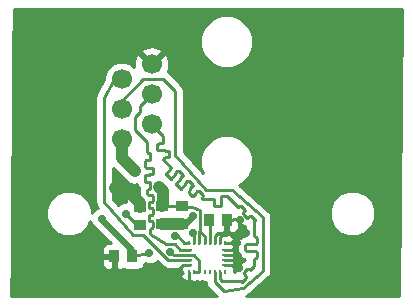
<source format=gtl>
G04 #@! TF.FileFunction,Copper,L1,Top,Signal*
%FSLAX46Y46*%
G04 Gerber Fmt 4.6, Leading zero omitted, Abs format (unit mm)*
G04 Created by KiCad (PCBNEW 4.0.6-e0-6349~53~ubuntu16.04.1) date Sun May 21 15:57:31 2017*
%MOMM*%
%LPD*%
G01*
G04 APERTURE LIST*
%ADD10C,0.150000*%
%ADD11C,0.600000*%
%ADD12R,0.250000X0.350000*%
%ADD13R,0.350000X0.250000*%
%ADD14R,0.899160X1.000760*%
%ADD15R,0.900000X1.000000*%
%ADD16R,1.000760X0.899160*%
%ADD17R,1.000000X0.900000*%
%ADD18C,1.700000*%
%ADD19C,0.700000*%
%ADD20C,1.000000*%
%ADD21C,0.250000*%
%ADD22C,0.500000*%
%ADD23C,0.254000*%
G04 APERTURE END LIST*
D10*
D11*
X165600000Y-107500000D03*
X164600000Y-107500000D03*
X163600000Y-107500000D03*
X162600000Y-107500000D03*
X165600000Y-106500000D03*
X164600000Y-106500000D03*
X163600000Y-106500000D03*
X162600000Y-106500000D03*
X165600000Y-105500000D03*
X164600000Y-105500000D03*
X163600000Y-105500000D03*
X162600000Y-105500000D03*
X165600000Y-104500000D03*
X164600000Y-104500000D03*
X163600000Y-104500000D03*
X162600000Y-104500000D03*
X150400000Y-105700000D03*
X150400000Y-104600000D03*
X156500000Y-107600000D03*
X156500000Y-106500000D03*
X156500000Y-105500000D03*
X156500000Y-104500000D03*
X155500000Y-108500000D03*
X156500000Y-108500000D03*
X155500000Y-109500000D03*
X156500000Y-109500000D03*
X142600000Y-114500000D03*
X142600000Y-115500000D03*
X142600000Y-113400000D03*
D12*
X153205000Y-113775000D03*
X150195000Y-113750000D03*
X153205000Y-116225000D03*
X150195000Y-116225000D03*
X151915000Y-116225000D03*
X152775000Y-116225000D03*
X152345000Y-116225000D03*
X152775000Y-113775000D03*
D13*
X153175000Y-115645000D03*
X153175000Y-115215000D03*
D12*
X151915000Y-113775000D03*
X152345000Y-113775000D03*
X150625000Y-113750000D03*
D13*
X150225000Y-115645000D03*
X150225000Y-114355000D03*
D12*
X151055000Y-113775000D03*
D13*
X150225000Y-114785000D03*
X150225000Y-115215000D03*
X153175000Y-114355000D03*
X153175000Y-114785000D03*
D12*
X151485000Y-113775000D03*
X151055000Y-116225000D03*
X151485000Y-116225000D03*
X150625000Y-116225000D03*
D14*
X153351840Y-111800000D03*
D15*
X151848160Y-111800000D03*
D16*
X149600000Y-112151840D03*
D17*
X149600000Y-110648160D03*
D16*
X146000000Y-110748160D03*
D17*
X146000000Y-112251840D03*
D18*
X144460000Y-104975000D03*
X144460000Y-102435000D03*
X144460000Y-99895000D03*
X147000000Y-101165000D03*
X147000000Y-98625000D03*
X147000000Y-103705000D03*
D14*
X143848160Y-114900000D03*
D15*
X145351840Y-114900000D03*
D16*
X147900000Y-112151840D03*
D17*
X147900000Y-110648160D03*
D11*
X136300000Y-94300000D03*
X137300000Y-94300000D03*
X138300000Y-94300000D03*
X139300000Y-94300000D03*
X140300000Y-94300000D03*
X136300000Y-95300000D03*
X137300000Y-95300000D03*
X138300000Y-95300000D03*
X139300000Y-95300000D03*
X136300000Y-96300000D03*
X137300000Y-96300000D03*
X138300000Y-96300000D03*
X136300000Y-97300000D03*
X137300000Y-97300000D03*
X138300000Y-97300000D03*
X136300000Y-102500000D03*
X136300000Y-101500000D03*
X136300000Y-100500000D03*
X136300000Y-99500000D03*
X136300000Y-98500000D03*
X136300000Y-103500000D03*
X136300000Y-104500000D03*
X136300000Y-105500000D03*
X136300000Y-106500000D03*
X136300000Y-107500000D03*
X136300000Y-108500000D03*
X136300000Y-109500000D03*
X136300000Y-110500000D03*
X136300000Y-111500000D03*
X136300000Y-112500000D03*
X136300000Y-113500000D03*
X136300000Y-114500000D03*
X136300000Y-115500000D03*
X137400000Y-105500000D03*
X137400000Y-106500000D03*
X137400000Y-107500000D03*
X137400000Y-108500000D03*
X137400000Y-109500000D03*
X137400000Y-110500000D03*
X137400000Y-111500000D03*
X137400000Y-112500000D03*
X137400000Y-113500000D03*
X137400000Y-114500000D03*
X137400000Y-115500000D03*
X140600000Y-106500000D03*
X139600000Y-105500000D03*
X138500000Y-113500000D03*
X138500000Y-107500000D03*
X138600000Y-105500000D03*
X140500000Y-104400000D03*
X139500000Y-107500000D03*
X140600000Y-107500000D03*
X140500000Y-105600000D03*
X139600000Y-104400000D03*
X157500000Y-112500000D03*
X158500000Y-112500000D03*
X159500000Y-112500000D03*
X160500000Y-112500000D03*
X161500000Y-112500000D03*
X157500000Y-113500000D03*
X158500000Y-113500000D03*
X159500000Y-113500000D03*
X160500000Y-113500000D03*
X161500000Y-113500000D03*
X157500000Y-114600000D03*
X158500000Y-114600000D03*
X159500000Y-114600000D03*
X160500000Y-114500000D03*
X161500000Y-114500000D03*
X157500000Y-115600000D03*
X158500000Y-115600000D03*
X159500000Y-115600000D03*
X160500000Y-115500000D03*
X161500000Y-115500000D03*
X139300000Y-102500000D03*
X138300000Y-102500000D03*
X137300000Y-102500000D03*
X139300000Y-101500000D03*
X138300000Y-101500000D03*
X137300000Y-101500000D03*
X139300000Y-100500000D03*
X138300000Y-100500000D03*
X137300000Y-100500000D03*
X139300000Y-99500000D03*
X138300000Y-99500000D03*
X137300000Y-99500000D03*
X139300000Y-98500000D03*
X138300000Y-98500000D03*
X137300000Y-98500000D03*
X139300000Y-97300000D03*
X139300000Y-96300000D03*
X140300000Y-96300000D03*
X140300000Y-97300000D03*
X140300000Y-98500000D03*
X140300000Y-99500000D03*
X140300000Y-100500000D03*
X140300000Y-101500000D03*
X140300000Y-102500000D03*
X140300000Y-95300000D03*
X143300000Y-95300000D03*
X143300000Y-97300000D03*
X143300000Y-96300000D03*
X142300000Y-96300000D03*
X142300000Y-97300000D03*
X141300000Y-97300000D03*
X141300000Y-96300000D03*
X142300000Y-95300000D03*
X141300000Y-95300000D03*
X143300000Y-94300000D03*
X142300000Y-94300000D03*
X141300000Y-94300000D03*
X137400000Y-104600000D03*
X137400000Y-103600000D03*
X138600000Y-106500000D03*
X138400000Y-103600000D03*
X139600000Y-108500000D03*
X139500000Y-106500000D03*
X138500000Y-109500000D03*
X138500000Y-108500000D03*
X140600000Y-108500000D03*
X138700000Y-104400000D03*
X139600000Y-103600000D03*
X140600000Y-113400000D03*
X139600000Y-113400000D03*
X141600000Y-113400000D03*
X141600000Y-115500000D03*
X140600000Y-115500000D03*
X139600000Y-115500000D03*
X141600000Y-114500000D03*
X140600000Y-114500000D03*
X139600000Y-114500000D03*
X138500000Y-115500000D03*
X138500000Y-114500000D03*
X138500000Y-116600000D03*
X138500000Y-117600000D03*
X139600000Y-116600000D03*
X140600000Y-116600000D03*
X141600000Y-116600000D03*
X139600000Y-117600000D03*
X140600000Y-117600000D03*
X141600000Y-117600000D03*
X146700000Y-117600000D03*
X146700000Y-116600000D03*
X137400000Y-117600000D03*
X137400000Y-116600000D03*
X136300000Y-117600000D03*
X136300000Y-116600000D03*
X147700000Y-116600000D03*
X147700000Y-117600000D03*
X148700000Y-117600000D03*
X161500000Y-117600000D03*
X160500000Y-117600000D03*
X159500000Y-117700000D03*
X158500000Y-117700000D03*
X157500000Y-117700000D03*
X161500000Y-116600000D03*
X160500000Y-116600000D03*
X159500000Y-116700000D03*
X158500000Y-116700000D03*
X157500000Y-116700000D03*
X162600000Y-116600000D03*
X163600000Y-116600000D03*
X164600000Y-116600000D03*
X162600000Y-117600000D03*
X163600000Y-117600000D03*
X164600000Y-117600000D03*
X164600000Y-115500000D03*
X163600000Y-115500000D03*
X162600000Y-115500000D03*
X164600000Y-114500000D03*
X163600000Y-114500000D03*
X162600000Y-114500000D03*
X164600000Y-113500000D03*
X163600000Y-113500000D03*
X162600000Y-113500000D03*
X163600000Y-108500000D03*
X164600000Y-108500000D03*
X162600000Y-109500000D03*
X161500000Y-111500000D03*
X160500000Y-111500000D03*
X159500000Y-111500000D03*
X158500000Y-111500000D03*
X157500000Y-111500000D03*
X161500000Y-110500000D03*
X160500000Y-110500000D03*
X159500000Y-110500000D03*
X158500000Y-110500000D03*
X157500000Y-110500000D03*
X161500000Y-109500000D03*
X160500000Y-109500000D03*
X159500000Y-109500000D03*
X158500000Y-109500000D03*
X157500000Y-109500000D03*
X162600000Y-108600000D03*
X161500000Y-108500000D03*
X160500000Y-108500000D03*
X159500000Y-108500000D03*
X158500000Y-108500000D03*
X157500000Y-108500000D03*
X165600000Y-108600000D03*
X167600000Y-111500000D03*
X166600000Y-111500000D03*
X167600000Y-110500000D03*
X166600000Y-110500000D03*
X167600000Y-109500000D03*
X166600000Y-109500000D03*
X165600000Y-109500000D03*
X167600000Y-108600000D03*
X166600000Y-108600000D03*
X166600000Y-112500000D03*
X167600000Y-112500000D03*
X165600000Y-113500000D03*
X166600000Y-113500000D03*
X167600000Y-113500000D03*
X165600000Y-114500000D03*
X166600000Y-114500000D03*
X167600000Y-114500000D03*
X165600000Y-115500000D03*
X166600000Y-115500000D03*
X167600000Y-115500000D03*
X167600000Y-117600000D03*
X166600000Y-117600000D03*
X165600000Y-117600000D03*
X167600000Y-116600000D03*
X166600000Y-116600000D03*
X165600000Y-116600000D03*
X157500000Y-104500000D03*
X158500000Y-104500000D03*
X159500000Y-104500000D03*
X160500000Y-104500000D03*
X161500000Y-104500000D03*
X157500000Y-105500000D03*
X158500000Y-105500000D03*
X159500000Y-105500000D03*
X160500000Y-105500000D03*
X161500000Y-105500000D03*
X157500000Y-106500000D03*
X158500000Y-106500000D03*
X159500000Y-106500000D03*
X160500000Y-106500000D03*
X161500000Y-106500000D03*
X157500000Y-107500000D03*
X158500000Y-107500000D03*
X159500000Y-107500000D03*
X160500000Y-107500000D03*
X161500000Y-107500000D03*
X165600000Y-98300000D03*
X165600000Y-102400000D03*
X166600000Y-102400000D03*
X167600000Y-102400000D03*
X165600000Y-103400000D03*
X166600000Y-103400000D03*
X167600000Y-103400000D03*
X167600000Y-101300000D03*
X166600000Y-101300000D03*
X165600000Y-101300000D03*
X167600000Y-100300000D03*
X166600000Y-100300000D03*
X165600000Y-100300000D03*
X167600000Y-99300000D03*
X166600000Y-99300000D03*
X165600000Y-99300000D03*
X167600000Y-98300000D03*
X166600000Y-98300000D03*
X166600000Y-94300000D03*
X167600000Y-94300000D03*
X165600000Y-95300000D03*
X166600000Y-95300000D03*
X167600000Y-95300000D03*
X165600000Y-96300000D03*
X166600000Y-96300000D03*
X167600000Y-96300000D03*
X165600000Y-97300000D03*
X166600000Y-97300000D03*
X167600000Y-97300000D03*
X165600000Y-94300000D03*
X157500000Y-94300000D03*
X158500000Y-94300000D03*
X159500000Y-94300000D03*
X160500000Y-94300000D03*
X161500000Y-94300000D03*
X162600000Y-94300000D03*
X157500000Y-95300000D03*
X158500000Y-95300000D03*
X159500000Y-95300000D03*
X160500000Y-95300000D03*
X161500000Y-95300000D03*
X157500000Y-96300000D03*
X158500000Y-96300000D03*
X159500000Y-96300000D03*
X160500000Y-96300000D03*
X161500000Y-96300000D03*
X157500000Y-97300000D03*
X158500000Y-97300000D03*
X159500000Y-97300000D03*
X160500000Y-97300000D03*
X161500000Y-97300000D03*
X164600000Y-97300000D03*
X163600000Y-97300000D03*
X162600000Y-97300000D03*
X164600000Y-96300000D03*
X163600000Y-96300000D03*
X162600000Y-96300000D03*
X164600000Y-95300000D03*
X163600000Y-95300000D03*
X162600000Y-95300000D03*
X164600000Y-94300000D03*
X163600000Y-94300000D03*
X163600000Y-98300000D03*
X164600000Y-98300000D03*
X162600000Y-99300000D03*
X163600000Y-99300000D03*
X164600000Y-99300000D03*
X162600000Y-100300000D03*
X163600000Y-100300000D03*
X164600000Y-100300000D03*
X162600000Y-101300000D03*
X163600000Y-101300000D03*
X164600000Y-101300000D03*
X164600000Y-103400000D03*
X163600000Y-103400000D03*
X162600000Y-103400000D03*
X164600000Y-102400000D03*
X163600000Y-102400000D03*
X162600000Y-102400000D03*
X157500000Y-102400000D03*
X158500000Y-102400000D03*
X159500000Y-102400000D03*
X160500000Y-102400000D03*
X161500000Y-102400000D03*
X157500000Y-103400000D03*
X158500000Y-103400000D03*
X159500000Y-103400000D03*
X160500000Y-103400000D03*
X161500000Y-103400000D03*
X161500000Y-101300000D03*
X160500000Y-101300000D03*
X159500000Y-101300000D03*
X158500000Y-101300000D03*
X157500000Y-101300000D03*
X161500000Y-100300000D03*
X160500000Y-100300000D03*
X159500000Y-100300000D03*
X158500000Y-100300000D03*
X157500000Y-100300000D03*
X161500000Y-99300000D03*
X160500000Y-99300000D03*
X159500000Y-99300000D03*
X158500000Y-99300000D03*
X157500000Y-99300000D03*
X162600000Y-98300000D03*
X161500000Y-98300000D03*
X160500000Y-98300000D03*
X159500000Y-98300000D03*
X158500000Y-98300000D03*
X157500000Y-98300000D03*
X147300000Y-94300000D03*
X148300000Y-94300000D03*
X149300000Y-94300000D03*
X147300000Y-95300000D03*
X148300000Y-95300000D03*
X147300000Y-96300000D03*
X148300000Y-96300000D03*
X149300000Y-96300000D03*
X149300000Y-95300000D03*
X146300000Y-95300000D03*
X146300000Y-96300000D03*
X145300000Y-96300000D03*
X144300000Y-96300000D03*
X145300000Y-95300000D03*
X144300000Y-95300000D03*
X146300000Y-94300000D03*
X145300000Y-94300000D03*
X144300000Y-94300000D03*
X150400000Y-99300000D03*
X151400000Y-99300000D03*
X152400000Y-99300000D03*
X153400000Y-99300000D03*
X154400000Y-99300000D03*
X150400000Y-100300000D03*
X151400000Y-100300000D03*
X152400000Y-100300000D03*
X153400000Y-100300000D03*
X154400000Y-100300000D03*
X150400000Y-101300000D03*
X151400000Y-101300000D03*
X152400000Y-101300000D03*
X153400000Y-101300000D03*
X154400000Y-101300000D03*
X154400000Y-103400000D03*
X153400000Y-103400000D03*
X152400000Y-103400000D03*
X151400000Y-103400000D03*
X150400000Y-103400000D03*
X154400000Y-102400000D03*
X153400000Y-102400000D03*
X152400000Y-102400000D03*
X151400000Y-102400000D03*
X150400000Y-102400000D03*
X155500000Y-102400000D03*
X156500000Y-102400000D03*
X155500000Y-103400000D03*
X156500000Y-103400000D03*
X156500000Y-101300000D03*
X155500000Y-101300000D03*
X156500000Y-100300000D03*
X155500000Y-100300000D03*
X156500000Y-99300000D03*
X155500000Y-99300000D03*
X166600000Y-104500000D03*
X167600000Y-104500000D03*
X167600000Y-106600000D03*
X166600000Y-106600000D03*
X167600000Y-105600000D03*
X166600000Y-105600000D03*
X166600000Y-107600000D03*
X167600000Y-107600000D03*
X142600000Y-116600000D03*
X143600000Y-116600000D03*
X144600000Y-116600000D03*
X145600000Y-116600000D03*
X142600000Y-117600000D03*
X143600000Y-117600000D03*
X144600000Y-117600000D03*
X145600000Y-117600000D03*
D19*
X143900000Y-109100000D03*
X149000000Y-116300000D03*
X150200000Y-117300000D03*
X150500000Y-111500000D03*
X154400000Y-115900000D03*
X154300000Y-114900000D03*
X154500000Y-111800000D03*
X154200000Y-113800000D03*
X155000000Y-112900000D03*
X142800000Y-111700000D03*
X145600000Y-107700000D03*
X147600000Y-109000000D03*
X149000000Y-113200000D03*
X148600000Y-114500000D03*
X146800000Y-114600000D03*
X144800000Y-111300000D03*
X150500000Y-112900000D03*
D20*
X146000000Y-110748160D02*
X146000000Y-110400000D01*
X146000000Y-110400000D02*
X144700000Y-109100000D01*
X144700000Y-109100000D02*
X143900000Y-109100000D01*
D21*
X150225000Y-115645000D02*
X149655000Y-115645000D01*
X149655000Y-115645000D02*
X149000000Y-116300000D01*
X150195000Y-116225000D02*
X150195000Y-117295000D01*
X150195000Y-117295000D02*
X150200000Y-117300000D01*
D22*
X149600000Y-112151840D02*
X149948160Y-112151840D01*
X149948160Y-112151840D02*
X150500000Y-111600000D01*
X150500000Y-111600000D02*
X150500000Y-111500000D01*
D20*
X147900000Y-112151840D02*
X149600000Y-112151840D01*
D21*
X153175000Y-115645000D02*
X154145000Y-115645000D01*
X154145000Y-115645000D02*
X154400000Y-115900000D01*
X154300000Y-114900000D02*
X154185000Y-114785000D01*
X154185000Y-114785000D02*
X153175000Y-114785000D01*
X153175000Y-115215000D02*
X154285000Y-115215000D01*
X154285000Y-115215000D02*
X154300000Y-115200000D01*
X153175000Y-114355000D02*
X154155000Y-114355000D01*
X154155000Y-114355000D02*
X154300000Y-114500000D01*
X153351840Y-111800000D02*
X154400000Y-111700000D01*
X154400000Y-111700000D02*
X154500000Y-111800000D01*
X153205000Y-113775000D02*
X154175000Y-113775000D01*
X154175000Y-113775000D02*
X154200000Y-113800000D01*
X152775000Y-113775000D02*
X152775000Y-113225000D01*
X152775000Y-113225000D02*
X153100000Y-112900000D01*
X152345000Y-113775000D02*
X152345000Y-113155000D01*
X152600000Y-112900000D02*
X153100000Y-112900000D01*
X153100000Y-112900000D02*
X155000000Y-112900000D01*
X152345000Y-113155000D02*
X152600000Y-112900000D01*
X146805950Y-108578134D02*
X146778135Y-108575000D01*
X146875863Y-106727936D02*
X146890756Y-106704235D01*
X146415514Y-107304235D02*
X146406270Y-107277815D01*
X146653135Y-109627815D02*
X146653135Y-109300000D01*
X146903135Y-108700000D02*
X146900000Y-108672184D01*
X146805950Y-107378134D02*
X146778135Y-107375000D01*
X146700198Y-109202271D02*
X146723899Y-109187378D01*
X146430407Y-107327936D02*
X146415514Y-107304235D01*
X146653135Y-109300000D02*
X146656269Y-109272184D01*
X146656269Y-109272184D02*
X146665513Y-109245764D01*
X146528135Y-108575000D02*
X146500320Y-108571865D01*
X146500320Y-108571865D02*
X146473900Y-108562621D01*
X147075863Y-107927936D02*
X147090756Y-107904235D01*
X146415514Y-106845764D02*
X146430407Y-106822063D01*
X146665513Y-109245764D02*
X146680406Y-109222063D01*
X146856071Y-106202271D02*
X146832370Y-106187378D01*
X146680406Y-109222063D02*
X146700198Y-109202271D01*
X146890756Y-109104235D02*
X146900000Y-109077815D01*
X146900000Y-108672184D02*
X146890756Y-108645764D01*
X146723899Y-109187378D02*
X146750319Y-109178134D01*
X146856071Y-108602271D02*
X146832370Y-108587378D01*
X146903135Y-109050000D02*
X146903135Y-108700000D01*
X146500320Y-107371865D02*
X146473900Y-107362621D01*
X146750319Y-109178134D02*
X146805950Y-109171865D01*
X147075863Y-107422063D02*
X147056071Y-107402271D01*
X146473900Y-108562621D02*
X146450199Y-108547728D01*
X146856071Y-109147728D02*
X146875863Y-109127936D01*
X146528135Y-107375000D02*
X146500320Y-107371865D01*
X146473900Y-107987378D02*
X146500320Y-107978134D01*
X146805950Y-109171865D02*
X146832370Y-109162621D01*
X146903135Y-106300000D02*
X146900000Y-106272184D01*
X146832370Y-109162621D02*
X146856071Y-109147728D01*
X146832370Y-106187378D02*
X146805950Y-106178134D01*
X146403135Y-107250000D02*
X146403135Y-106900000D01*
X146875863Y-109127936D02*
X146890756Y-109104235D01*
X146403135Y-108100000D02*
X146406270Y-108072184D01*
X146900000Y-109077815D02*
X146903135Y-109050000D01*
X146430407Y-106822063D02*
X146450199Y-106802271D01*
X146805950Y-106178134D02*
X146750319Y-106171865D01*
X146890756Y-108645764D02*
X146875863Y-108622063D01*
X146875863Y-108622063D02*
X146856071Y-108602271D01*
X146450199Y-106802271D02*
X146473900Y-106787378D01*
X146656269Y-106077815D02*
X146653135Y-106050000D01*
X146832370Y-108587378D02*
X146805950Y-108578134D01*
X146875863Y-106222063D02*
X146856071Y-106202271D01*
X146778135Y-108575000D02*
X146528135Y-108575000D01*
X146450199Y-108547728D02*
X146430407Y-108527936D01*
X146430407Y-108527936D02*
X146415514Y-108504235D01*
X146473900Y-106787378D02*
X146500320Y-106778134D01*
X146415514Y-108504235D02*
X146406270Y-108477815D01*
X146406270Y-108477815D02*
X146403135Y-108450000D01*
X146406270Y-107277815D02*
X146403135Y-107250000D01*
X146778135Y-107375000D02*
X146528135Y-107375000D01*
X146665513Y-106104235D02*
X146656269Y-106077815D01*
X146403135Y-108450000D02*
X146403135Y-108100000D01*
X146415514Y-108045764D02*
X146430407Y-108022063D01*
X146500320Y-107978134D02*
X146528135Y-107975000D01*
X146406270Y-108072184D02*
X146415514Y-108045764D01*
X146000000Y-102165000D02*
X147000000Y-101165000D01*
X146430407Y-108022063D02*
X146450199Y-108002271D01*
X146900000Y-106677815D02*
X146903135Y-106650000D01*
X146450199Y-108002271D02*
X146473900Y-107987378D01*
X146000000Y-102700000D02*
X146000000Y-102165000D01*
X146528135Y-107975000D02*
X146778135Y-107975000D01*
X146832370Y-107962621D02*
X147056071Y-107947728D01*
X147090756Y-107904235D02*
X147100000Y-107877815D01*
X146778135Y-107975000D02*
X146805950Y-107971865D01*
X146805950Y-107971865D02*
X146832370Y-107962621D01*
X147056071Y-107947728D02*
X147075863Y-107927936D01*
X147100000Y-107877815D02*
X147103135Y-107850000D01*
X147103135Y-107850000D02*
X147103135Y-107500000D01*
X146890756Y-106245764D02*
X146875863Y-106222063D01*
X147103135Y-107500000D02*
X147100000Y-107472184D01*
X147100000Y-107472184D02*
X147090756Y-107445764D01*
X146473900Y-107362621D02*
X146450199Y-107347728D01*
X147090756Y-107445764D02*
X147075863Y-107422063D01*
X147056071Y-107402271D02*
X146832370Y-107387378D01*
X146832370Y-107387378D02*
X146805950Y-107378134D01*
X146450199Y-107347728D02*
X146430407Y-107327936D01*
X146403135Y-106900000D02*
X146406270Y-106872184D01*
X146406270Y-106872184D02*
X146415514Y-106845764D01*
X146500320Y-106778134D02*
X146528135Y-106775000D01*
X146528135Y-106775000D02*
X146778135Y-106775000D01*
X146778135Y-106775000D02*
X146805950Y-106771865D01*
X146805950Y-106771865D02*
X146832370Y-106762621D01*
X146832370Y-106762621D02*
X146856071Y-106747728D01*
X146856071Y-106747728D02*
X146875863Y-106727936D01*
X146890756Y-106704235D02*
X146900000Y-106677815D01*
X146903135Y-106650000D02*
X146903135Y-106300000D01*
X146900000Y-106272184D02*
X146890756Y-106245764D01*
X146750319Y-106171865D02*
X146723899Y-106162621D01*
X146680406Y-106127936D02*
X146665513Y-106104235D01*
X146723899Y-106162621D02*
X146700198Y-106147728D01*
X145600000Y-104200000D02*
X145600000Y-103100000D01*
X146700198Y-106147728D02*
X146680406Y-106127936D01*
X146653135Y-106050000D02*
X146653135Y-105253135D01*
X146653135Y-105253135D02*
X145600000Y-104200000D01*
X145600000Y-103100000D02*
X146000000Y-102700000D01*
X150225000Y-114355000D02*
X149400000Y-114355000D01*
X146757428Y-111882541D02*
X146751881Y-111866689D01*
X147146865Y-110922184D02*
X147137621Y-110895764D01*
X147079235Y-110837378D02*
X147052815Y-110828134D01*
X147052815Y-111928134D02*
X147025000Y-111925000D01*
X149400000Y-114355000D02*
X149000000Y-113855000D01*
X146825000Y-110275000D02*
X147025000Y-110275000D01*
X149000000Y-113855000D02*
X148255000Y-113855000D01*
X147146865Y-110177815D02*
X147150000Y-110150000D01*
X146778239Y-110808637D02*
X146766363Y-110796761D01*
X147137621Y-111995764D02*
X147122728Y-111972063D01*
X147079235Y-112462621D02*
X147102936Y-112447728D01*
X147052815Y-111371865D02*
X147079235Y-111362621D01*
X146757428Y-111417458D02*
X146766363Y-111403238D01*
X148255000Y-113855000D02*
X146900000Y-113000000D01*
X147102936Y-110247728D02*
X147122728Y-110227936D01*
X147150000Y-110950000D02*
X147146865Y-110922184D01*
X146720765Y-109712621D02*
X146697064Y-109697728D01*
X146750000Y-110350000D02*
X146751881Y-110333310D01*
X146900000Y-113000000D02*
X146900000Y-112600000D01*
X146766363Y-110796761D02*
X146757428Y-110782541D01*
X146900000Y-112600000D02*
X146903134Y-112572184D01*
X146903134Y-112572184D02*
X146912378Y-112545764D01*
X146912378Y-112545764D02*
X146927271Y-112522063D01*
X146778239Y-111908637D02*
X146766363Y-111896761D01*
X147052815Y-109728134D02*
X147025000Y-109725000D01*
X146766363Y-111896761D02*
X146757428Y-111882541D01*
X147122728Y-112427936D02*
X147137621Y-112404235D01*
X146947063Y-112502271D02*
X146970764Y-112487378D01*
X147025000Y-111925000D02*
X146825000Y-111925000D01*
X146927271Y-112522063D02*
X146947063Y-112502271D01*
X146677272Y-109677936D02*
X146662379Y-109654235D01*
X146970764Y-112487378D02*
X146997184Y-112478134D01*
X147150000Y-112350000D02*
X147150000Y-112050000D01*
X147025000Y-109725000D02*
X146775000Y-109725000D01*
X146997184Y-112478134D02*
X147052815Y-112471865D01*
X147150000Y-112050000D02*
X147146865Y-112022184D01*
X146751881Y-110333310D02*
X146757428Y-110317458D01*
X146792459Y-111917572D02*
X146778239Y-111908637D01*
X146751881Y-111866689D02*
X146750000Y-111850000D01*
X147137621Y-112404235D02*
X147146865Y-112377815D01*
X147052815Y-112471865D02*
X147079235Y-112462621D01*
X146792459Y-111382427D02*
X146808311Y-111376880D01*
X147146865Y-112377815D02*
X147150000Y-112350000D01*
X147102936Y-112447728D02*
X147122728Y-112427936D01*
X146778239Y-111391362D02*
X146792459Y-111382427D01*
X147146865Y-112022184D02*
X147137621Y-111995764D01*
X147122728Y-111972063D02*
X147102936Y-111952271D01*
X147102936Y-111952271D02*
X147079235Y-111937378D01*
X147052815Y-110828134D02*
X147025000Y-110825000D01*
X147079235Y-111362621D02*
X147102936Y-111347728D01*
X147079235Y-111937378D02*
X147052815Y-111928134D01*
X146750000Y-111450000D02*
X146751881Y-111433310D01*
X146825000Y-111925000D02*
X146808311Y-111923119D01*
X146808311Y-111923119D02*
X146792459Y-111917572D01*
X146775000Y-109725000D02*
X146747185Y-109721865D01*
X147146865Y-111277815D02*
X147150000Y-111250000D01*
X147025000Y-110275000D02*
X147052815Y-110271865D01*
X146757428Y-110317458D02*
X146766363Y-110303238D01*
X146750000Y-111850000D02*
X146750000Y-111450000D01*
X146751881Y-111433310D02*
X146757428Y-111417458D01*
X146766363Y-111403238D02*
X146778239Y-111391362D01*
X146825000Y-111375000D02*
X147025000Y-111375000D01*
X147150000Y-111250000D02*
X147150000Y-110950000D01*
X146808311Y-111376880D02*
X146825000Y-111375000D01*
X146825000Y-110825000D02*
X146808311Y-110823119D01*
X146766363Y-110303238D02*
X146778239Y-110291362D01*
X147025000Y-111375000D02*
X147052815Y-111371865D01*
X147102936Y-111347728D02*
X147122728Y-111327936D01*
X147122728Y-111327936D02*
X147137621Y-111304235D01*
X147137621Y-111304235D02*
X147146865Y-111277815D01*
X147146865Y-109822184D02*
X147137621Y-109795764D01*
X147137621Y-110895764D02*
X147122728Y-110872063D01*
X147122728Y-110872063D02*
X147102936Y-110852271D01*
X147102936Y-110852271D02*
X147079235Y-110837378D01*
X147025000Y-110825000D02*
X146825000Y-110825000D01*
X146808311Y-110823119D02*
X146792459Y-110817572D01*
X146792459Y-110817572D02*
X146778239Y-110808637D01*
X146757428Y-110782541D02*
X146751881Y-110766689D01*
X146751881Y-110766689D02*
X146750000Y-110750000D01*
X146750000Y-110750000D02*
X146750000Y-110350000D01*
X146778239Y-110291362D02*
X146792459Y-110282427D01*
X146792459Y-110282427D02*
X146808311Y-110276880D01*
X146808311Y-110276880D02*
X146825000Y-110275000D01*
X146747185Y-109721865D02*
X146720765Y-109712621D01*
X147052815Y-110271865D02*
X147079235Y-110262621D01*
X147079235Y-110262621D02*
X147102936Y-110247728D01*
X147122728Y-110227936D02*
X147137621Y-110204235D01*
X147150000Y-110150000D02*
X147150000Y-109850000D01*
X147137621Y-110204235D02*
X147146865Y-110177815D01*
X147150000Y-109850000D02*
X147146865Y-109822184D01*
X147137621Y-109795764D02*
X147122728Y-109772063D01*
X147122728Y-109772063D02*
X147102936Y-109752271D01*
X147102936Y-109752271D02*
X147079235Y-109737378D01*
X146697064Y-109697728D02*
X146677272Y-109677936D01*
X147079235Y-109737378D02*
X147052815Y-109728134D01*
X146662379Y-109654235D02*
X146653135Y-109627815D01*
X146653135Y-109627815D02*
X146650000Y-109600000D01*
X150225000Y-115215000D02*
X148415000Y-115215000D01*
X143000000Y-101500000D02*
X143805000Y-99895000D01*
X143000000Y-110300000D02*
X143000000Y-101500000D01*
X145400000Y-113100000D02*
X143000000Y-110300000D01*
X146300000Y-113100000D02*
X145400000Y-113100000D01*
X148415000Y-115215000D02*
X146300000Y-113100000D01*
X143805000Y-99895000D02*
X144460000Y-99895000D01*
X144460000Y-99895000D02*
X144405000Y-99895000D01*
D22*
X145351840Y-114900000D02*
X145351840Y-114351840D01*
X142800000Y-111800000D02*
X142800000Y-111700000D01*
X145351840Y-114351840D02*
X142800000Y-111800000D01*
D21*
X151055000Y-116225000D02*
X151055000Y-115255000D01*
X150585000Y-114785000D02*
X150225000Y-114785000D01*
X151055000Y-115255000D02*
X150585000Y-114785000D01*
X151055000Y-116225000D02*
X150625000Y-116225000D01*
D20*
X144460000Y-104975000D02*
X144460000Y-106560000D01*
X144460000Y-106560000D02*
X145600000Y-107700000D01*
X148000000Y-109400000D02*
X148000000Y-110548160D01*
X147600000Y-109000000D02*
X148000000Y-109400000D01*
X148000000Y-110548160D02*
X147900000Y-110648160D01*
D21*
X151055000Y-113775000D02*
X151055000Y-112785265D01*
X151055000Y-112785265D02*
X151083302Y-112756963D01*
X150195000Y-113750000D02*
X149750000Y-113750000D01*
X149200000Y-113200000D02*
X149000000Y-113200000D01*
X149750000Y-113750000D02*
X149200000Y-113200000D01*
X145351840Y-114900000D02*
X146300000Y-114700000D01*
X148885000Y-114785000D02*
X150225000Y-114785000D01*
X148600000Y-114500000D02*
X148885000Y-114785000D01*
X146300000Y-114700000D02*
X146800000Y-114600000D01*
X149600000Y-110648160D02*
X147900000Y-110648160D01*
X151485000Y-113775000D02*
X151485000Y-113285000D01*
X150448160Y-110748160D02*
X149600000Y-110648160D01*
X151100000Y-111000000D02*
X150448160Y-110748160D01*
X151100000Y-112500000D02*
X151100000Y-111000000D01*
X151485000Y-113285000D02*
X151083302Y-112756963D01*
X151083302Y-112756963D02*
X151100000Y-112500000D01*
X154950000Y-113975000D02*
X154953135Y-113947184D01*
X152302271Y-110602937D02*
X152287378Y-110179236D01*
X152775000Y-116225000D02*
X152775000Y-116775000D01*
X155030636Y-116705409D02*
X155036865Y-116678119D01*
X150129587Y-108514600D02*
X150101596Y-108514600D01*
X155890096Y-114993388D02*
X155897492Y-114972252D01*
X149090335Y-108805322D02*
X149090334Y-108777330D01*
X155735825Y-111848830D02*
X155735825Y-111820839D01*
X151329597Y-109693549D02*
X151317452Y-109668330D01*
X149373648Y-109127202D02*
X149126160Y-108879714D01*
X154447103Y-116970402D02*
X154474392Y-116964174D01*
X153000000Y-117000000D02*
X154400000Y-117000000D01*
X154806812Y-116244068D02*
X154824263Y-116222184D01*
X152775000Y-116775000D02*
X153000000Y-117000000D01*
X155295632Y-116004295D02*
X155322922Y-116010522D01*
X153600000Y-110000000D02*
X153572184Y-109996865D01*
X155756611Y-115059903D02*
X155777747Y-115052507D01*
X149448042Y-109163029D02*
X149420753Y-109156800D01*
X154623879Y-117029597D02*
X154651168Y-117035825D01*
X154603980Y-110650426D02*
X154582096Y-110632974D01*
X154868920Y-110919799D02*
X154851468Y-110897914D01*
X155822252Y-115047492D02*
X155843388Y-115040096D01*
X149333564Y-107684442D02*
X149308345Y-107672297D01*
X154400000Y-117000000D02*
X154421884Y-116982547D01*
X155322922Y-116010522D02*
X155350912Y-116010523D01*
X155721816Y-115087651D02*
X155737651Y-115071816D01*
X148613453Y-107352021D02*
X148607225Y-107324731D01*
X152972184Y-109753134D02*
X152945764Y-109762378D01*
X154598660Y-117017452D02*
X154623879Y-117029597D01*
X155036865Y-116650128D02*
X155030636Y-116622839D01*
X147929236Y-105312621D02*
X147952937Y-105297728D01*
X155777747Y-113247492D02*
X155756611Y-113240096D01*
X154421884Y-116982547D02*
X154447103Y-116970402D01*
X153000000Y-109750000D02*
X152972184Y-109753134D01*
X147820765Y-105912621D02*
X147497064Y-105897728D01*
X155862348Y-114471816D02*
X155843388Y-114459903D01*
X154962379Y-114379235D02*
X154953135Y-114352815D01*
X149638762Y-108051766D02*
X149638762Y-108023775D01*
X155900000Y-114550000D02*
X155897492Y-114527747D01*
X154977272Y-114402936D02*
X154962379Y-114379235D01*
X154788438Y-116296576D02*
X154794667Y-116269287D01*
X155670402Y-111970326D02*
X155682547Y-111945107D01*
X154474392Y-116964174D02*
X154502383Y-116964174D01*
X152287378Y-110179236D02*
X152278134Y-110152816D01*
X155756611Y-113240096D02*
X155737651Y-113228183D01*
X154794667Y-116269287D02*
X154806812Y-116244068D01*
X154554892Y-116982547D02*
X154598660Y-117017452D01*
X148595080Y-107299512D02*
X148577628Y-107277628D01*
X154502383Y-116964174D02*
X154529673Y-116970402D01*
X152322063Y-110622729D02*
X152302271Y-110602937D01*
X151264174Y-109897616D02*
X151270402Y-109870326D01*
X150524564Y-109811560D02*
X150496574Y-109811561D01*
X155878183Y-115012348D02*
X155890096Y-114993388D01*
X155843388Y-113840096D02*
X155862348Y-113828183D01*
X154529673Y-116970402D02*
X154554892Y-116982547D01*
X155226644Y-115957244D02*
X155270413Y-115992150D01*
X154651168Y-117035825D02*
X154679159Y-117035825D01*
X151300000Y-109646446D02*
X151052512Y-109398958D01*
X155001039Y-116752512D02*
X155018491Y-116730628D01*
X155843388Y-115040096D02*
X155862348Y-115028183D01*
X154679159Y-117035825D02*
X154706449Y-117029597D01*
X154272310Y-110667878D02*
X154250426Y-110650426D01*
X155018491Y-116730628D02*
X155030636Y-116705409D01*
X155111037Y-111637031D02*
X155100122Y-111634541D01*
X152875000Y-110125000D02*
X152871865Y-110152816D01*
X154824263Y-116222184D02*
X155071752Y-115974696D01*
X155350912Y-116010523D02*
X155378202Y-116004295D01*
X154706449Y-117029597D02*
X154731668Y-117017452D01*
X155018491Y-116597620D02*
X155001039Y-116575735D01*
X155430628Y-111481506D02*
X155405409Y-111469361D01*
X152878134Y-109847184D02*
X152875000Y-109875000D01*
X154731668Y-117017452D02*
X154753552Y-117000000D01*
X154449088Y-110632974D02*
X154405318Y-110667878D01*
X154753552Y-117000000D02*
X155001039Y-116752512D01*
X155452512Y-111498958D02*
X155430628Y-111481506D01*
X150978119Y-109363132D02*
X150950128Y-109363132D01*
X152847728Y-110602937D02*
X152827936Y-110622729D01*
X155297620Y-111481506D02*
X155275735Y-111498958D01*
X155378202Y-116004295D02*
X155403421Y-115992150D01*
X155036865Y-116678119D02*
X155036865Y-116650128D01*
X155030636Y-116622839D02*
X155018491Y-116597620D01*
X154887294Y-111000298D02*
X154887294Y-110972307D01*
X155777747Y-115052507D02*
X155822252Y-115047492D01*
X155001039Y-116575735D02*
X154824264Y-116398960D01*
X155862348Y-113271816D02*
X155843388Y-113259903D01*
X152271865Y-110097185D02*
X152262621Y-110070765D01*
X154824264Y-116398960D02*
X154806812Y-116377076D01*
X152922063Y-109777271D02*
X152902271Y-109797063D01*
X155682547Y-112078115D02*
X155670402Y-112052896D01*
X152372184Y-110646866D02*
X152345764Y-110637622D01*
X155201425Y-115945099D02*
X155226644Y-115957244D01*
X148607225Y-107407301D02*
X148613454Y-107380013D01*
X154380099Y-110680023D02*
X154352810Y-110686251D01*
X154806812Y-116377076D02*
X154794667Y-116351857D01*
X155737651Y-113228183D02*
X155721816Y-113212348D01*
X155093636Y-115957244D02*
X155118855Y-115945099D01*
X149355448Y-107701894D02*
X149333564Y-107684442D01*
X154715886Y-111217278D02*
X154720744Y-111207190D01*
X154794667Y-116351857D02*
X154788437Y-116324568D01*
X148577628Y-107277628D02*
X148000000Y-106700000D01*
X154788437Y-116324568D02*
X154788438Y-116296576D01*
X150481065Y-108927588D02*
X150487294Y-108900298D01*
X155071752Y-115974696D02*
X155093636Y-115957244D01*
X155900000Y-114950000D02*
X155900000Y-114550000D01*
X155575000Y-114450000D02*
X155547185Y-114446865D01*
X155118855Y-115945099D02*
X155146144Y-115938871D01*
X147453135Y-105422184D02*
X147462379Y-105395764D01*
X155729597Y-111793549D02*
X155717452Y-111768330D01*
X150203980Y-108550426D02*
X150182096Y-108532974D01*
X150074307Y-108520829D02*
X150049088Y-108532974D01*
X149632533Y-108079056D02*
X149638762Y-108051766D01*
X154250426Y-110650426D02*
X153600000Y-110000000D01*
X155146144Y-115938871D02*
X155174136Y-115938870D01*
X155174136Y-115938870D02*
X155201425Y-115945099D01*
X148450000Y-106400000D02*
X148450000Y-106050000D01*
X155270413Y-115992150D02*
X155295632Y-116004295D01*
X155729597Y-111876119D02*
X155735825Y-111848830D01*
X155403421Y-115992150D02*
X155425306Y-115974696D01*
X155717452Y-111901338D02*
X155729597Y-111876119D01*
X155090034Y-111629683D02*
X155081279Y-111622701D01*
X155425306Y-115974696D02*
X155700000Y-115700000D01*
X155700000Y-115700000D02*
X155700000Y-115150000D01*
X154997064Y-114422728D02*
X154977272Y-114402936D01*
X155700000Y-115150000D02*
X155702507Y-115127747D01*
X148179235Y-106512621D02*
X148402936Y-106497728D01*
X155702507Y-115127747D02*
X155709903Y-115106611D01*
X155709903Y-115106611D02*
X155721816Y-115087651D01*
X155520765Y-114437621D02*
X154997064Y-114422728D01*
X148402936Y-106497728D02*
X148422728Y-106477936D01*
X155862348Y-113828183D02*
X155878183Y-113812348D01*
X150487294Y-108900298D02*
X150487294Y-108872307D01*
X151270402Y-109870326D02*
X151282547Y-109845107D01*
X155737651Y-115071816D02*
X155756611Y-115059903D01*
X150469285Y-109805332D02*
X150444066Y-109793187D01*
X155862348Y-115028183D02*
X155878183Y-115012348D01*
X148437621Y-106454235D02*
X148446865Y-106427815D01*
X155897492Y-114972252D02*
X155900000Y-114950000D01*
X147462379Y-105854235D02*
X147453135Y-105827815D01*
X155897492Y-114527747D02*
X155890096Y-114506611D01*
X153487378Y-109929235D02*
X153478134Y-109902815D01*
X154713396Y-111239391D02*
X154713396Y-111228195D01*
X155890096Y-114506611D02*
X155878183Y-114487651D01*
X147477272Y-105877936D02*
X147462379Y-105854235D01*
X155878183Y-114487651D02*
X155862348Y-114471816D01*
X155664174Y-112025607D02*
X155664174Y-111997616D01*
X155843388Y-114459903D02*
X155822252Y-114452507D01*
X150257240Y-109173354D02*
X150274693Y-109151470D01*
X153404235Y-109762378D02*
X153377815Y-109753134D01*
X155700000Y-112100000D02*
X155682547Y-112078115D01*
X155822252Y-114452507D02*
X155800000Y-114450000D01*
X155670402Y-112052896D02*
X155664174Y-112025607D01*
X154297529Y-110680023D02*
X154272310Y-110667878D01*
X155800000Y-114450000D02*
X155575000Y-114450000D01*
X155547185Y-114446865D02*
X155520765Y-114437621D01*
X154324819Y-110686251D02*
X154297529Y-110680023D01*
X154953135Y-114352815D02*
X154950000Y-114325000D01*
X153545764Y-109987621D02*
X153522063Y-109972728D01*
X154950000Y-114325000D02*
X154950000Y-113975000D01*
X154352810Y-110686251D02*
X154324819Y-110686251D01*
X154962379Y-113920764D02*
X154977272Y-113897063D01*
X154953135Y-113947184D02*
X154962379Y-113920764D01*
X154977272Y-113897063D02*
X154997064Y-113877271D01*
X152871865Y-110152816D02*
X152862621Y-110179236D01*
X154997064Y-113877271D02*
X155520765Y-113862378D01*
X152902271Y-109797063D02*
X152887378Y-109820764D01*
X151052512Y-109398958D02*
X151030628Y-109381506D01*
X155520765Y-113862378D02*
X155547185Y-113853134D01*
X155547185Y-113853134D02*
X155575000Y-113850000D01*
X155575000Y-113850000D02*
X155800000Y-113850000D01*
X155800000Y-113850000D02*
X155822252Y-113847492D01*
X155890096Y-113793388D02*
X155897492Y-113772252D01*
X155822252Y-113847492D02*
X155843388Y-113840096D01*
X155878183Y-113812348D02*
X155890096Y-113793388D01*
X155897492Y-113772252D02*
X155900000Y-113750000D01*
X155151991Y-111622702D02*
X155143236Y-111629682D01*
X155900000Y-113750000D02*
X155900000Y-113350000D01*
X150698958Y-109575735D02*
X150677074Y-109593187D01*
X153522063Y-109972728D02*
X153502271Y-109952936D01*
X155900000Y-113350000D02*
X155897492Y-113327747D01*
X152875000Y-109875000D02*
X152875000Y-110125000D01*
X155682547Y-111945107D02*
X155717452Y-111901338D01*
X155897492Y-113327747D02*
X155890096Y-113306611D01*
X151335825Y-109748830D02*
X151335825Y-109720839D01*
X155081279Y-111622701D02*
X154727725Y-111269147D01*
X151329597Y-109776119D02*
X151335825Y-109748830D01*
X155890096Y-113306611D02*
X155878183Y-113287651D01*
X155878183Y-113287651D02*
X155862348Y-113271816D01*
X150677074Y-109593187D02*
X150651855Y-109605332D01*
X155843388Y-113259903D02*
X155822252Y-113252507D01*
X155822252Y-113252507D02*
X155777747Y-113247492D01*
X155721816Y-113212348D02*
X155709903Y-113193388D01*
X149096563Y-108832611D02*
X149090335Y-108805322D01*
X148954791Y-107908268D02*
X148627500Y-108314496D01*
X155709903Y-113193388D02*
X155702507Y-113172252D01*
X148595080Y-107432520D02*
X148607225Y-107407301D01*
X153427936Y-109777271D02*
X153404235Y-109762378D01*
X155702507Y-113172252D02*
X155700000Y-113150000D01*
X155322839Y-111469361D02*
X155297620Y-111481506D01*
X150422180Y-109775734D02*
X150174692Y-109528246D01*
X155700000Y-113150000D02*
X155700000Y-112100000D01*
X155664174Y-111997616D02*
X155670402Y-111970326D01*
X155378119Y-111463132D02*
X155350128Y-111463132D01*
X155735825Y-111820839D02*
X155729597Y-111793549D01*
X152247728Y-110047064D02*
X152227936Y-110027272D01*
X148560176Y-107476290D02*
X148577629Y-107454406D01*
X155717452Y-111768330D02*
X155700000Y-111746446D01*
X155700000Y-111746446D02*
X155452512Y-111498958D01*
X154720745Y-111260394D02*
X154715886Y-111250306D01*
X155405409Y-111469361D02*
X155378119Y-111463132D01*
X152204235Y-110012379D02*
X152177815Y-110003135D01*
X155350128Y-111463132D02*
X155322839Y-111469361D01*
X155275735Y-111498958D02*
X155151991Y-111622702D01*
X149395534Y-109144655D02*
X149373648Y-109127202D01*
X154851468Y-111074691D02*
X154868920Y-111052807D01*
X155143236Y-111629682D02*
X155133150Y-111634541D01*
X155133150Y-111634541D02*
X155122233Y-111637031D01*
X152804235Y-110637622D02*
X152777815Y-110646866D01*
X155122233Y-111637031D02*
X155111037Y-111637031D01*
X155100122Y-111634541D02*
X155090034Y-111629683D01*
X154727725Y-111269147D02*
X154720745Y-111260394D01*
X151282547Y-109978115D02*
X151270402Y-109952896D01*
X154715886Y-111250306D02*
X154713396Y-111239391D01*
X154713396Y-111228195D02*
X154715886Y-111217278D01*
X153502271Y-109952936D02*
X153487378Y-109929235D01*
X154720744Y-111207190D02*
X154727726Y-111198437D01*
X154727726Y-111198437D02*
X154763080Y-111163080D01*
X154763080Y-111163080D02*
X154851468Y-111074691D01*
X154868920Y-111052807D02*
X154881065Y-111027588D01*
X154881065Y-111027588D02*
X154887294Y-111000298D01*
X149426161Y-108302938D02*
X149602936Y-108126159D01*
X154887294Y-110972307D02*
X154881065Y-110945018D01*
X154881065Y-110945018D02*
X154868920Y-110919799D01*
X154851468Y-110897914D02*
X154603980Y-110650426D01*
X149001894Y-107878671D02*
X148980010Y-107896123D01*
X154582096Y-110632974D02*
X154556877Y-110620829D01*
X154556877Y-110620829D02*
X154529587Y-110614600D01*
X147987622Y-105254235D02*
X147996866Y-105227815D01*
X154529587Y-110614600D02*
X154501596Y-110614600D01*
X154501596Y-110614600D02*
X154474307Y-110620829D01*
X147902816Y-105321865D02*
X147929236Y-105312621D01*
X154474307Y-110620829D02*
X154449088Y-110632974D01*
X150245095Y-109198573D02*
X150257240Y-109173354D01*
X147497064Y-105352271D02*
X147820765Y-105337378D01*
X154405318Y-110667878D02*
X154380099Y-110680023D01*
X153572184Y-109996865D02*
X153545764Y-109987621D01*
X153478134Y-109902815D02*
X153471865Y-109847184D01*
X153471865Y-109847184D02*
X153462621Y-109820764D01*
X153462621Y-109820764D02*
X153447728Y-109797063D01*
X153447728Y-109797063D02*
X153427936Y-109777271D01*
X151317452Y-109801338D02*
X151329597Y-109776119D01*
X153377815Y-109753134D02*
X153350000Y-109750000D01*
X148613454Y-107380013D02*
X148613453Y-107352021D01*
X153350000Y-109750000D02*
X153000000Y-109750000D01*
X152862621Y-110179236D02*
X152847728Y-110602937D01*
X152945764Y-109762378D02*
X152922063Y-109777271D01*
X152887378Y-109820764D02*
X152878134Y-109847184D01*
X152262621Y-110070765D02*
X152247728Y-110047064D01*
X150897620Y-109381506D02*
X150875735Y-109398958D01*
X150922839Y-109369361D02*
X150897620Y-109381506D01*
X152827936Y-110622729D02*
X152804235Y-110637622D01*
X148248031Y-107984079D02*
X148241803Y-107956790D01*
X152777815Y-110646866D02*
X152750000Y-110650000D01*
X152750000Y-110650000D02*
X152400000Y-110650000D01*
X148012378Y-106595764D02*
X148027271Y-106572063D01*
X152227936Y-110027272D02*
X152204235Y-110012379D01*
X150950128Y-109363132D02*
X150922839Y-109369361D01*
X152400000Y-110650000D02*
X152372184Y-110646866D01*
X148000000Y-105200000D02*
X148000000Y-104705000D01*
X152345764Y-110637622D02*
X152322063Y-110622729D01*
X152278134Y-110152816D02*
X152271865Y-110097185D01*
X152177815Y-110003135D02*
X152150000Y-110000000D01*
X148980010Y-107896123D02*
X148954791Y-107908268D01*
X150274693Y-109151470D02*
X150451468Y-108974691D01*
X152150000Y-110000000D02*
X151300000Y-110000000D01*
X148402936Y-105952271D02*
X148179235Y-105937378D01*
X151300000Y-110000000D02*
X151282547Y-109978115D01*
X151270402Y-109952896D02*
X151264174Y-109925607D01*
X148422728Y-106477936D02*
X148437621Y-106454235D01*
X151264174Y-109925607D02*
X151264174Y-109897616D01*
X151282547Y-109845107D02*
X151317452Y-109801338D01*
X151335825Y-109720839D02*
X151329597Y-109693549D01*
X151317452Y-109668330D02*
X151300000Y-109646446D01*
X151030628Y-109381506D02*
X151005409Y-109369361D01*
X149200556Y-107684442D02*
X149178671Y-107701894D01*
X151005409Y-109369361D02*
X150978119Y-109363132D01*
X150875735Y-109398958D02*
X150698958Y-109575735D01*
X150651855Y-109605332D02*
X150524564Y-109811560D01*
X150496574Y-109811561D02*
X150469285Y-109805332D01*
X149803323Y-108756800D02*
X149476032Y-109163028D01*
X150444066Y-109793187D02*
X150422180Y-109775734D01*
X150174692Y-109528246D02*
X150157240Y-109506362D01*
X150468920Y-108819799D02*
X150451468Y-108797914D01*
X150157240Y-109506362D02*
X150145095Y-109481143D01*
X148027271Y-106572063D02*
X148047063Y-106552271D01*
X150145095Y-109481143D02*
X150138867Y-109453854D01*
X148548031Y-107501509D02*
X148560176Y-107476290D01*
X150138867Y-109453854D02*
X150138866Y-109425862D01*
X149108708Y-108857830D02*
X149096563Y-108832611D01*
X150138866Y-109425862D02*
X150245095Y-109198573D01*
X150451468Y-108974691D02*
X150468920Y-108952807D01*
X150468920Y-108952807D02*
X150481065Y-108927588D01*
X150487294Y-108872307D02*
X150481065Y-108845018D01*
X150481065Y-108845018D02*
X150468920Y-108819799D01*
X150451468Y-108797914D02*
X150203980Y-108550426D01*
X150182096Y-108532974D02*
X150156877Y-108520829D01*
X150156877Y-108520829D02*
X150129587Y-108514600D01*
X150101596Y-108514600D02*
X150074307Y-108520829D01*
X148446865Y-106022184D02*
X148437621Y-105995764D01*
X150049088Y-108532974D02*
X150027203Y-108550426D01*
X150027203Y-108550426D02*
X149850426Y-108727203D01*
X149850426Y-108727203D02*
X149828542Y-108744655D01*
X149828542Y-108744655D02*
X149803323Y-108756800D01*
X149476032Y-109163028D02*
X149448042Y-109163029D01*
X149420753Y-109156800D02*
X149395534Y-109144655D01*
X149126160Y-108879714D02*
X149108708Y-108857830D01*
X149090334Y-108777330D02*
X149396563Y-108350041D01*
X148047063Y-106552271D02*
X148070764Y-106537378D01*
X149396563Y-108350041D02*
X149408708Y-108324822D01*
X149408708Y-108324822D02*
X149426161Y-108302938D01*
X149602936Y-108126159D02*
X149620388Y-108104275D01*
X147462379Y-105395764D02*
X147477272Y-105372063D01*
X149620388Y-108104275D02*
X149632533Y-108079056D01*
X149638762Y-108023775D02*
X149632533Y-107996486D01*
X149632533Y-107996486D02*
X149620388Y-107971267D01*
X149620388Y-107971267D02*
X149602936Y-107949382D01*
X148241802Y-107928798D02*
X148548031Y-107501509D01*
X147847185Y-105328134D02*
X147902816Y-105321865D01*
X149602936Y-107949382D02*
X149355448Y-107701894D01*
X149308345Y-107672297D02*
X149281055Y-107666068D01*
X149281055Y-107666068D02*
X149253064Y-107666068D01*
X149253064Y-107666068D02*
X149225775Y-107672297D01*
X149225775Y-107672297D02*
X149200556Y-107684442D01*
X149178671Y-107701894D02*
X149001894Y-107878671D01*
X147875000Y-105925000D02*
X147847185Y-105921865D01*
X148627500Y-108314496D02*
X148599510Y-108314497D01*
X148599510Y-108314497D02*
X148572221Y-108308268D01*
X148572221Y-108308268D02*
X148547002Y-108296123D01*
X148547002Y-108296123D02*
X148525116Y-108278670D01*
X148525116Y-108278670D02*
X148277628Y-108031182D01*
X148277628Y-108031182D02*
X148260176Y-108009298D01*
X148260176Y-108009298D02*
X148248031Y-107984079D01*
X148241803Y-107956790D02*
X148241802Y-107928798D01*
X148577629Y-107454406D02*
X148595080Y-107432520D01*
X148607225Y-107324731D02*
X148595080Y-107299512D01*
X148000000Y-106700000D02*
X148000000Y-106650000D01*
X148000000Y-106650000D02*
X148003134Y-106622184D01*
X148003134Y-106622184D02*
X148012378Y-106595764D01*
X148070764Y-106537378D02*
X148097184Y-106528134D01*
X148097184Y-106528134D02*
X148152815Y-106521865D01*
X148152815Y-106521865D02*
X148179235Y-106512621D01*
X148446865Y-106427815D02*
X148450000Y-106400000D01*
X148450000Y-106050000D02*
X148446865Y-106022184D01*
X148437621Y-105995764D02*
X148422728Y-105972063D01*
X148422728Y-105972063D02*
X148402936Y-105952271D01*
X147996866Y-105227815D02*
X148000000Y-105200000D01*
X148179235Y-105937378D02*
X148152815Y-105928134D01*
X148152815Y-105928134D02*
X148125000Y-105925000D01*
X148125000Y-105925000D02*
X147875000Y-105925000D01*
X147847185Y-105921865D02*
X147820765Y-105912621D01*
X147497064Y-105897728D02*
X147477272Y-105877936D01*
X147453135Y-105827815D02*
X147450000Y-105800000D01*
X147450000Y-105800000D02*
X147450000Y-105450000D01*
X147450000Y-105450000D02*
X147453135Y-105422184D01*
X147477272Y-105372063D02*
X147497064Y-105352271D01*
X147820765Y-105337378D02*
X147847185Y-105328134D01*
X147952937Y-105297728D02*
X147972729Y-105277936D01*
X147972729Y-105277936D02*
X147987622Y-105254235D01*
X148000000Y-104705000D02*
X147463200Y-104168200D01*
X147463200Y-104168200D02*
X147000000Y-103705000D01*
X144460000Y-102435000D02*
X144460000Y-101740000D01*
X144460000Y-101740000D02*
X146300000Y-99900000D01*
X152345000Y-117045000D02*
X152345000Y-116225000D01*
X153100000Y-117800000D02*
X152345000Y-117045000D01*
X154700000Y-117600000D02*
X153100000Y-117800000D01*
X156400000Y-116100000D02*
X154700000Y-117600000D01*
X156400000Y-111600000D02*
X156400000Y-116100000D01*
X153800000Y-109300000D02*
X156400000Y-111600000D01*
X151600000Y-109300000D02*
X153800000Y-109300000D01*
X149000000Y-106300000D02*
X151600000Y-109300000D01*
X149000000Y-100900000D02*
X149000000Y-106300000D01*
X148000000Y-99900000D02*
X149000000Y-100900000D01*
X146300000Y-99900000D02*
X148000000Y-99900000D01*
X144460000Y-102435000D02*
X144460000Y-101940000D01*
X144460000Y-102435000D02*
X144460000Y-102760000D01*
X150625000Y-113750000D02*
X150625000Y-113025000D01*
X144800000Y-111300000D02*
X145751840Y-112251840D01*
X150625000Y-113025000D02*
X150500000Y-112900000D01*
X145751840Y-112251840D02*
X146000000Y-112251840D01*
X151915000Y-113775000D02*
X151915000Y-111866840D01*
X151915000Y-111866840D02*
X151848160Y-111800000D01*
D23*
G36*
X167974028Y-118273000D02*
X155013619Y-118273000D01*
X155071730Y-118253697D01*
X155130428Y-118202896D01*
X155197539Y-118163878D01*
X156897540Y-116663878D01*
X156911966Y-116644959D01*
X156931744Y-116631744D01*
X157000456Y-116528910D01*
X157075453Y-116430555D01*
X157081540Y-116407558D01*
X157094757Y-116387778D01*
X157118887Y-116266468D01*
X157150535Y-116146908D01*
X157147359Y-116123334D01*
X157152000Y-116100000D01*
X157152000Y-111631622D01*
X162072666Y-111631622D01*
X162365416Y-112340132D01*
X162907017Y-112882678D01*
X163615014Y-113176665D01*
X164381622Y-113177334D01*
X165090132Y-112884584D01*
X165632678Y-112342983D01*
X165926665Y-111634986D01*
X165927334Y-110868378D01*
X165634584Y-110159868D01*
X165092983Y-109617322D01*
X164384986Y-109323335D01*
X163618378Y-109322666D01*
X162909868Y-109615416D01*
X162367322Y-110157017D01*
X162073335Y-110865014D01*
X162072666Y-111631622D01*
X157152000Y-111631622D01*
X157152000Y-111600000D01*
X157147453Y-111577139D01*
X157150594Y-111554045D01*
X157118978Y-111433988D01*
X157094757Y-111312222D01*
X157081809Y-111292843D01*
X157075873Y-111270304D01*
X157000716Y-111171480D01*
X156931744Y-111068256D01*
X156912366Y-111055308D01*
X156898256Y-111036755D01*
X154414014Y-108839156D01*
X154604189Y-108760577D01*
X155228386Y-108137470D01*
X155566615Y-107322923D01*
X155567384Y-106440946D01*
X155230577Y-105625811D01*
X154607470Y-105001614D01*
X153792923Y-104663385D01*
X152910946Y-104662616D01*
X152095811Y-104999423D01*
X151471614Y-105622530D01*
X151133385Y-106437077D01*
X151132616Y-107319054D01*
X151364342Y-107879875D01*
X149752000Y-106019479D01*
X149752000Y-100900000D01*
X149694757Y-100612222D01*
X149599890Y-100470243D01*
X149531745Y-100368256D01*
X148531744Y-99368256D01*
X148353316Y-99249034D01*
X148496718Y-98853721D01*
X148470315Y-98263542D01*
X148295259Y-97840920D01*
X148043958Y-97760647D01*
X147179605Y-98625000D01*
X147193748Y-98639143D01*
X147014143Y-98818748D01*
X147000000Y-98804605D01*
X146985858Y-98818748D01*
X146806253Y-98639143D01*
X146820395Y-98625000D01*
X145956042Y-97760647D01*
X145704741Y-97840920D01*
X145503282Y-98396279D01*
X145524509Y-98870750D01*
X145297746Y-98643591D01*
X144755082Y-98418257D01*
X144167495Y-98417744D01*
X143624440Y-98642130D01*
X143208591Y-99057254D01*
X142983257Y-99599918D01*
X142983033Y-99856482D01*
X142327810Y-101162858D01*
X142320516Y-101189365D01*
X142305243Y-101212222D01*
X142281818Y-101329987D01*
X142249959Y-101445758D01*
X142253363Y-101473037D01*
X142248000Y-101500000D01*
X142248000Y-110300000D01*
X142271096Y-110416110D01*
X142285218Y-110533645D01*
X142299542Y-110559116D01*
X142305243Y-110587778D01*
X142371011Y-110686207D01*
X142429039Y-110789395D01*
X142433322Y-110794392D01*
X142247297Y-110871256D01*
X141972222Y-111145851D01*
X141926997Y-111254766D01*
X141927334Y-110868378D01*
X141634584Y-110159868D01*
X141092983Y-109617322D01*
X140384986Y-109323335D01*
X139618378Y-109322666D01*
X138909868Y-109615416D01*
X138367322Y-110157017D01*
X138073335Y-110865014D01*
X138072666Y-111631622D01*
X138365416Y-112340132D01*
X138907017Y-112882678D01*
X139615014Y-113176665D01*
X140381622Y-113177334D01*
X141090132Y-112884584D01*
X141632678Y-112342983D01*
X141822837Y-111885030D01*
X141822830Y-111893485D01*
X141971256Y-112252703D01*
X142245851Y-112527778D01*
X142317095Y-112557361D01*
X143524355Y-113764620D01*
X143272271Y-113764620D01*
X143038882Y-113861293D01*
X142860253Y-114039921D01*
X142763580Y-114273310D01*
X142763580Y-114614250D01*
X142922330Y-114773000D01*
X143721160Y-114773000D01*
X143721160Y-114753000D01*
X143975160Y-114753000D01*
X143975160Y-114773000D01*
X143995160Y-114773000D01*
X143995160Y-115027000D01*
X143975160Y-115027000D01*
X143975160Y-115876630D01*
X144133910Y-116035380D01*
X144424049Y-116035380D01*
X144609002Y-115958770D01*
X144653123Y-115988917D01*
X144901840Y-116039283D01*
X145801840Y-116039283D01*
X146034192Y-115995563D01*
X146247593Y-115858243D01*
X146390757Y-115648717D01*
X146420788Y-115500418D01*
X146604810Y-115576830D01*
X146993485Y-115577170D01*
X147352703Y-115428744D01*
X147459072Y-115322561D01*
X147883256Y-115746745D01*
X148019149Y-115837545D01*
X148127222Y-115909757D01*
X148415000Y-115967000D01*
X149435000Y-115967000D01*
X149435000Y-115978750D01*
X149459153Y-116002903D01*
X149511673Y-116129698D01*
X149690301Y-116308327D01*
X149700376Y-116312500D01*
X149593750Y-116312500D01*
X149435000Y-116471250D01*
X149435000Y-116526309D01*
X149531673Y-116759698D01*
X149710301Y-116938327D01*
X149943690Y-117035000D01*
X149973750Y-117035000D01*
X150113783Y-116894967D01*
X150251283Y-116988917D01*
X150400354Y-117019104D01*
X150416250Y-117035000D01*
X150446310Y-117035000D01*
X150456995Y-117030574D01*
X150500000Y-117039283D01*
X150750000Y-117039283D01*
X150843304Y-117021727D01*
X150930000Y-117039283D01*
X151180000Y-117039283D01*
X151273304Y-117021727D01*
X151360000Y-117039283D01*
X151593000Y-117039283D01*
X151593000Y-117045000D01*
X151650243Y-117332778D01*
X151813256Y-117576744D01*
X152509512Y-118273000D01*
X135128037Y-118273000D01*
X135153136Y-115185750D01*
X142763580Y-115185750D01*
X142763580Y-115526690D01*
X142860253Y-115760079D01*
X143038882Y-115938707D01*
X143272271Y-116035380D01*
X143562410Y-116035380D01*
X143721160Y-115876630D01*
X143721160Y-115027000D01*
X142922330Y-115027000D01*
X142763580Y-115185750D01*
X135153136Y-115185750D01*
X135296264Y-97581042D01*
X146135647Y-97581042D01*
X147000000Y-98445395D01*
X147864353Y-97581042D01*
X147784080Y-97329741D01*
X147313550Y-97159054D01*
X151132616Y-97159054D01*
X151469423Y-97974189D01*
X152092530Y-98598386D01*
X152907077Y-98936615D01*
X153789054Y-98937384D01*
X154604189Y-98600577D01*
X155228386Y-97977470D01*
X155566615Y-97162923D01*
X155567384Y-96280946D01*
X155230577Y-95465811D01*
X154607470Y-94841614D01*
X153792923Y-94503385D01*
X152910946Y-94502616D01*
X152095811Y-94839423D01*
X151471614Y-95462530D01*
X151133385Y-96277077D01*
X151132616Y-97159054D01*
X147313550Y-97159054D01*
X147228721Y-97128282D01*
X146638542Y-97154685D01*
X146215920Y-97329741D01*
X146135647Y-97581042D01*
X135296264Y-97581042D01*
X135325972Y-93927000D01*
X168171963Y-93927000D01*
X167974028Y-118273000D01*
X167974028Y-118273000D01*
G37*
X167974028Y-118273000D02*
X155013619Y-118273000D01*
X155071730Y-118253697D01*
X155130428Y-118202896D01*
X155197539Y-118163878D01*
X156897540Y-116663878D01*
X156911966Y-116644959D01*
X156931744Y-116631744D01*
X157000456Y-116528910D01*
X157075453Y-116430555D01*
X157081540Y-116407558D01*
X157094757Y-116387778D01*
X157118887Y-116266468D01*
X157150535Y-116146908D01*
X157147359Y-116123334D01*
X157152000Y-116100000D01*
X157152000Y-111631622D01*
X162072666Y-111631622D01*
X162365416Y-112340132D01*
X162907017Y-112882678D01*
X163615014Y-113176665D01*
X164381622Y-113177334D01*
X165090132Y-112884584D01*
X165632678Y-112342983D01*
X165926665Y-111634986D01*
X165927334Y-110868378D01*
X165634584Y-110159868D01*
X165092983Y-109617322D01*
X164384986Y-109323335D01*
X163618378Y-109322666D01*
X162909868Y-109615416D01*
X162367322Y-110157017D01*
X162073335Y-110865014D01*
X162072666Y-111631622D01*
X157152000Y-111631622D01*
X157152000Y-111600000D01*
X157147453Y-111577139D01*
X157150594Y-111554045D01*
X157118978Y-111433988D01*
X157094757Y-111312222D01*
X157081809Y-111292843D01*
X157075873Y-111270304D01*
X157000716Y-111171480D01*
X156931744Y-111068256D01*
X156912366Y-111055308D01*
X156898256Y-111036755D01*
X154414014Y-108839156D01*
X154604189Y-108760577D01*
X155228386Y-108137470D01*
X155566615Y-107322923D01*
X155567384Y-106440946D01*
X155230577Y-105625811D01*
X154607470Y-105001614D01*
X153792923Y-104663385D01*
X152910946Y-104662616D01*
X152095811Y-104999423D01*
X151471614Y-105622530D01*
X151133385Y-106437077D01*
X151132616Y-107319054D01*
X151364342Y-107879875D01*
X149752000Y-106019479D01*
X149752000Y-100900000D01*
X149694757Y-100612222D01*
X149599890Y-100470243D01*
X149531745Y-100368256D01*
X148531744Y-99368256D01*
X148353316Y-99249034D01*
X148496718Y-98853721D01*
X148470315Y-98263542D01*
X148295259Y-97840920D01*
X148043958Y-97760647D01*
X147179605Y-98625000D01*
X147193748Y-98639143D01*
X147014143Y-98818748D01*
X147000000Y-98804605D01*
X146985858Y-98818748D01*
X146806253Y-98639143D01*
X146820395Y-98625000D01*
X145956042Y-97760647D01*
X145704741Y-97840920D01*
X145503282Y-98396279D01*
X145524509Y-98870750D01*
X145297746Y-98643591D01*
X144755082Y-98418257D01*
X144167495Y-98417744D01*
X143624440Y-98642130D01*
X143208591Y-99057254D01*
X142983257Y-99599918D01*
X142983033Y-99856482D01*
X142327810Y-101162858D01*
X142320516Y-101189365D01*
X142305243Y-101212222D01*
X142281818Y-101329987D01*
X142249959Y-101445758D01*
X142253363Y-101473037D01*
X142248000Y-101500000D01*
X142248000Y-110300000D01*
X142271096Y-110416110D01*
X142285218Y-110533645D01*
X142299542Y-110559116D01*
X142305243Y-110587778D01*
X142371011Y-110686207D01*
X142429039Y-110789395D01*
X142433322Y-110794392D01*
X142247297Y-110871256D01*
X141972222Y-111145851D01*
X141926997Y-111254766D01*
X141927334Y-110868378D01*
X141634584Y-110159868D01*
X141092983Y-109617322D01*
X140384986Y-109323335D01*
X139618378Y-109322666D01*
X138909868Y-109615416D01*
X138367322Y-110157017D01*
X138073335Y-110865014D01*
X138072666Y-111631622D01*
X138365416Y-112340132D01*
X138907017Y-112882678D01*
X139615014Y-113176665D01*
X140381622Y-113177334D01*
X141090132Y-112884584D01*
X141632678Y-112342983D01*
X141822837Y-111885030D01*
X141822830Y-111893485D01*
X141971256Y-112252703D01*
X142245851Y-112527778D01*
X142317095Y-112557361D01*
X143524355Y-113764620D01*
X143272271Y-113764620D01*
X143038882Y-113861293D01*
X142860253Y-114039921D01*
X142763580Y-114273310D01*
X142763580Y-114614250D01*
X142922330Y-114773000D01*
X143721160Y-114773000D01*
X143721160Y-114753000D01*
X143975160Y-114753000D01*
X143975160Y-114773000D01*
X143995160Y-114773000D01*
X143995160Y-115027000D01*
X143975160Y-115027000D01*
X143975160Y-115876630D01*
X144133910Y-116035380D01*
X144424049Y-116035380D01*
X144609002Y-115958770D01*
X144653123Y-115988917D01*
X144901840Y-116039283D01*
X145801840Y-116039283D01*
X146034192Y-115995563D01*
X146247593Y-115858243D01*
X146390757Y-115648717D01*
X146420788Y-115500418D01*
X146604810Y-115576830D01*
X146993485Y-115577170D01*
X147352703Y-115428744D01*
X147459072Y-115322561D01*
X147883256Y-115746745D01*
X148019149Y-115837545D01*
X148127222Y-115909757D01*
X148415000Y-115967000D01*
X149435000Y-115967000D01*
X149435000Y-115978750D01*
X149459153Y-116002903D01*
X149511673Y-116129698D01*
X149690301Y-116308327D01*
X149700376Y-116312500D01*
X149593750Y-116312500D01*
X149435000Y-116471250D01*
X149435000Y-116526309D01*
X149531673Y-116759698D01*
X149710301Y-116938327D01*
X149943690Y-117035000D01*
X149973750Y-117035000D01*
X150113783Y-116894967D01*
X150251283Y-116988917D01*
X150400354Y-117019104D01*
X150416250Y-117035000D01*
X150446310Y-117035000D01*
X150456995Y-117030574D01*
X150500000Y-117039283D01*
X150750000Y-117039283D01*
X150843304Y-117021727D01*
X150930000Y-117039283D01*
X151180000Y-117039283D01*
X151273304Y-117021727D01*
X151360000Y-117039283D01*
X151593000Y-117039283D01*
X151593000Y-117045000D01*
X151650243Y-117332778D01*
X151813256Y-117576744D01*
X152509512Y-118273000D01*
X135128037Y-118273000D01*
X135153136Y-115185750D01*
X142763580Y-115185750D01*
X142763580Y-115526690D01*
X142860253Y-115760079D01*
X143038882Y-115938707D01*
X143272271Y-116035380D01*
X143562410Y-116035380D01*
X143721160Y-115876630D01*
X143721160Y-115027000D01*
X142922330Y-115027000D01*
X142763580Y-115185750D01*
X135153136Y-115185750D01*
X135296264Y-97581042D01*
X146135647Y-97581042D01*
X147000000Y-98445395D01*
X147864353Y-97581042D01*
X147784080Y-97329741D01*
X147313550Y-97159054D01*
X151132616Y-97159054D01*
X151469423Y-97974189D01*
X152092530Y-98598386D01*
X152907077Y-98936615D01*
X153789054Y-98937384D01*
X154604189Y-98600577D01*
X155228386Y-97977470D01*
X155566615Y-97162923D01*
X155567384Y-96280946D01*
X155230577Y-95465811D01*
X154607470Y-94841614D01*
X153792923Y-94503385D01*
X152910946Y-94502616D01*
X152095811Y-94839423D01*
X151471614Y-95462530D01*
X151133385Y-96277077D01*
X151132616Y-97159054D01*
X147313550Y-97159054D01*
X147228721Y-97128282D01*
X146638542Y-97154685D01*
X146215920Y-97329741D01*
X146135647Y-97581042D01*
X135296264Y-97581042D01*
X135325972Y-93927000D01*
X168171963Y-93927000D01*
X167974028Y-118273000D01*
G36*
X153478840Y-111673000D02*
X153498840Y-111673000D01*
X153498840Y-111927000D01*
X153478840Y-111927000D01*
X153478840Y-112776630D01*
X153637590Y-112935380D01*
X153927729Y-112935380D01*
X154161118Y-112838707D01*
X154339747Y-112660079D01*
X154436420Y-112426690D01*
X154436420Y-112085750D01*
X154277672Y-111927002D01*
X154322092Y-111927002D01*
X154549535Y-112154445D01*
X154584939Y-112178101D01*
X154612410Y-112210634D01*
X154621165Y-112217616D01*
X154650952Y-112233005D01*
X154665029Y-112247891D01*
X154714098Y-112269842D01*
X154763760Y-112307215D01*
X154773848Y-112312073D01*
X154792731Y-112316944D01*
X154793501Y-112317458D01*
X154798850Y-112318522D01*
X154806269Y-112320436D01*
X154823259Y-112331788D01*
X154853996Y-112337902D01*
X154881848Y-112352291D01*
X154902260Y-112354013D01*
X154932868Y-112367705D01*
X154943782Y-112370195D01*
X154948000Y-112370313D01*
X154948000Y-113131905D01*
X154842872Y-113155942D01*
X154709286Y-113182514D01*
X154700249Y-113188552D01*
X154689653Y-113190975D01*
X154587753Y-113263336D01*
X154542124Y-113283752D01*
X154515280Y-113312145D01*
X154465320Y-113345527D01*
X154445528Y-113365319D01*
X154416846Y-113408245D01*
X154401644Y-113419686D01*
X154381804Y-113453322D01*
X154340544Y-113496962D01*
X154325651Y-113520663D01*
X154307243Y-113568885D01*
X154294979Y-113583407D01*
X154290575Y-113597222D01*
X154282515Y-113609285D01*
X154278804Y-113627941D01*
X154252572Y-113672413D01*
X154243328Y-113698832D01*
X154234934Y-113758302D01*
X154221007Y-113794784D01*
X154221540Y-113813792D01*
X154205866Y-113862963D01*
X154202731Y-113890779D01*
X154206310Y-113933224D01*
X154198000Y-113975000D01*
X154198000Y-114325000D01*
X154206310Y-114366777D01*
X154202731Y-114409224D01*
X154205866Y-114437039D01*
X154221540Y-114486209D01*
X154221007Y-114505215D01*
X154234934Y-114541697D01*
X154243328Y-114601167D01*
X154252572Y-114627586D01*
X154278804Y-114672058D01*
X154282515Y-114690714D01*
X154290575Y-114702777D01*
X154294980Y-114716595D01*
X154307244Y-114731117D01*
X154325651Y-114779336D01*
X154340544Y-114803037D01*
X154381804Y-114846677D01*
X154401644Y-114880313D01*
X154416846Y-114891754D01*
X154445528Y-114934680D01*
X154465320Y-114954472D01*
X154515280Y-114987854D01*
X154542124Y-115016247D01*
X154587753Y-115036663D01*
X154689653Y-115109024D01*
X154700249Y-115111447D01*
X154709286Y-115117485D01*
X154842872Y-115144057D01*
X154948000Y-115168094D01*
X154948000Y-115213531D01*
X154904408Y-115233036D01*
X154885454Y-115234635D01*
X154872563Y-115241294D01*
X154858341Y-115244124D01*
X154842541Y-115254682D01*
X154792571Y-115267572D01*
X154767352Y-115279717D01*
X154719356Y-115315838D01*
X154683706Y-115331790D01*
X154670638Y-115345612D01*
X154624770Y-115369308D01*
X154602886Y-115386760D01*
X154575414Y-115419293D01*
X154540009Y-115442950D01*
X154292520Y-115690439D01*
X154268856Y-115725854D01*
X154236314Y-115753335D01*
X154218863Y-115775219D01*
X154195182Y-115821061D01*
X154181373Y-115834116D01*
X154165415Y-115869776D01*
X154129285Y-115917784D01*
X154117140Y-115943003D01*
X154104251Y-115992971D01*
X154093691Y-116008773D01*
X154090858Y-116023011D01*
X154084197Y-116035906D01*
X154082600Y-116054840D01*
X154061524Y-116101939D01*
X154055295Y-116129228D01*
X154053846Y-116180851D01*
X154047056Y-116198641D01*
X154047463Y-116213116D01*
X154043851Y-116227118D01*
X154046508Y-116245936D01*
X154046097Y-116248000D01*
X153969283Y-116248000D01*
X153969283Y-116050000D01*
X153954307Y-115970409D01*
X153985000Y-115896309D01*
X153985000Y-115866250D01*
X153906007Y-115787257D01*
X153864802Y-115723223D01*
X153888327Y-115699698D01*
X153985000Y-115466309D01*
X153985000Y-115436250D01*
X153978750Y-115430000D01*
X153985000Y-115423750D01*
X153985000Y-115393691D01*
X153910984Y-115215000D01*
X153985000Y-115036309D01*
X153985000Y-115006250D01*
X153978750Y-115000000D01*
X153985000Y-114993750D01*
X153985000Y-114963691D01*
X153910984Y-114785000D01*
X153985000Y-114606309D01*
X153985000Y-114576250D01*
X153978750Y-114570000D01*
X153985000Y-114563750D01*
X153985000Y-114533691D01*
X153888327Y-114300302D01*
X153876937Y-114288912D01*
X153910242Y-114208508D01*
X153985000Y-114133750D01*
X153985000Y-114103691D01*
X153965000Y-114055407D01*
X153965000Y-114021250D01*
X153940847Y-113997097D01*
X153888327Y-113870302D01*
X153709699Y-113691673D01*
X153699624Y-113687500D01*
X153806250Y-113687500D01*
X153965000Y-113528750D01*
X153965000Y-113473690D01*
X153868327Y-113240301D01*
X153689698Y-113061673D01*
X153456309Y-112965000D01*
X153426250Y-112965000D01*
X153294638Y-113096612D01*
X153259698Y-113061673D01*
X153026309Y-112965000D01*
X152996250Y-112965000D01*
X152990000Y-112971250D01*
X152983750Y-112965000D01*
X152953691Y-112965000D01*
X152775000Y-113039016D01*
X152667000Y-112994281D01*
X152667000Y-112890251D01*
X152775951Y-112935380D01*
X153066090Y-112935380D01*
X153224840Y-112776630D01*
X153224840Y-111927000D01*
X153204840Y-111927000D01*
X153204840Y-111673000D01*
X153224840Y-111673000D01*
X153224840Y-111653000D01*
X153478840Y-111653000D01*
X153478840Y-111673000D01*
X153478840Y-111673000D01*
G37*
X153478840Y-111673000D02*
X153498840Y-111673000D01*
X153498840Y-111927000D01*
X153478840Y-111927000D01*
X153478840Y-112776630D01*
X153637590Y-112935380D01*
X153927729Y-112935380D01*
X154161118Y-112838707D01*
X154339747Y-112660079D01*
X154436420Y-112426690D01*
X154436420Y-112085750D01*
X154277672Y-111927002D01*
X154322092Y-111927002D01*
X154549535Y-112154445D01*
X154584939Y-112178101D01*
X154612410Y-112210634D01*
X154621165Y-112217616D01*
X154650952Y-112233005D01*
X154665029Y-112247891D01*
X154714098Y-112269842D01*
X154763760Y-112307215D01*
X154773848Y-112312073D01*
X154792731Y-112316944D01*
X154793501Y-112317458D01*
X154798850Y-112318522D01*
X154806269Y-112320436D01*
X154823259Y-112331788D01*
X154853996Y-112337902D01*
X154881848Y-112352291D01*
X154902260Y-112354013D01*
X154932868Y-112367705D01*
X154943782Y-112370195D01*
X154948000Y-112370313D01*
X154948000Y-113131905D01*
X154842872Y-113155942D01*
X154709286Y-113182514D01*
X154700249Y-113188552D01*
X154689653Y-113190975D01*
X154587753Y-113263336D01*
X154542124Y-113283752D01*
X154515280Y-113312145D01*
X154465320Y-113345527D01*
X154445528Y-113365319D01*
X154416846Y-113408245D01*
X154401644Y-113419686D01*
X154381804Y-113453322D01*
X154340544Y-113496962D01*
X154325651Y-113520663D01*
X154307243Y-113568885D01*
X154294979Y-113583407D01*
X154290575Y-113597222D01*
X154282515Y-113609285D01*
X154278804Y-113627941D01*
X154252572Y-113672413D01*
X154243328Y-113698832D01*
X154234934Y-113758302D01*
X154221007Y-113794784D01*
X154221540Y-113813792D01*
X154205866Y-113862963D01*
X154202731Y-113890779D01*
X154206310Y-113933224D01*
X154198000Y-113975000D01*
X154198000Y-114325000D01*
X154206310Y-114366777D01*
X154202731Y-114409224D01*
X154205866Y-114437039D01*
X154221540Y-114486209D01*
X154221007Y-114505215D01*
X154234934Y-114541697D01*
X154243328Y-114601167D01*
X154252572Y-114627586D01*
X154278804Y-114672058D01*
X154282515Y-114690714D01*
X154290575Y-114702777D01*
X154294980Y-114716595D01*
X154307244Y-114731117D01*
X154325651Y-114779336D01*
X154340544Y-114803037D01*
X154381804Y-114846677D01*
X154401644Y-114880313D01*
X154416846Y-114891754D01*
X154445528Y-114934680D01*
X154465320Y-114954472D01*
X154515280Y-114987854D01*
X154542124Y-115016247D01*
X154587753Y-115036663D01*
X154689653Y-115109024D01*
X154700249Y-115111447D01*
X154709286Y-115117485D01*
X154842872Y-115144057D01*
X154948000Y-115168094D01*
X154948000Y-115213531D01*
X154904408Y-115233036D01*
X154885454Y-115234635D01*
X154872563Y-115241294D01*
X154858341Y-115244124D01*
X154842541Y-115254682D01*
X154792571Y-115267572D01*
X154767352Y-115279717D01*
X154719356Y-115315838D01*
X154683706Y-115331790D01*
X154670638Y-115345612D01*
X154624770Y-115369308D01*
X154602886Y-115386760D01*
X154575414Y-115419293D01*
X154540009Y-115442950D01*
X154292520Y-115690439D01*
X154268856Y-115725854D01*
X154236314Y-115753335D01*
X154218863Y-115775219D01*
X154195182Y-115821061D01*
X154181373Y-115834116D01*
X154165415Y-115869776D01*
X154129285Y-115917784D01*
X154117140Y-115943003D01*
X154104251Y-115992971D01*
X154093691Y-116008773D01*
X154090858Y-116023011D01*
X154084197Y-116035906D01*
X154082600Y-116054840D01*
X154061524Y-116101939D01*
X154055295Y-116129228D01*
X154053846Y-116180851D01*
X154047056Y-116198641D01*
X154047463Y-116213116D01*
X154043851Y-116227118D01*
X154046508Y-116245936D01*
X154046097Y-116248000D01*
X153969283Y-116248000D01*
X153969283Y-116050000D01*
X153954307Y-115970409D01*
X153985000Y-115896309D01*
X153985000Y-115866250D01*
X153906007Y-115787257D01*
X153864802Y-115723223D01*
X153888327Y-115699698D01*
X153985000Y-115466309D01*
X153985000Y-115436250D01*
X153978750Y-115430000D01*
X153985000Y-115423750D01*
X153985000Y-115393691D01*
X153910984Y-115215000D01*
X153985000Y-115036309D01*
X153985000Y-115006250D01*
X153978750Y-115000000D01*
X153985000Y-114993750D01*
X153985000Y-114963691D01*
X153910984Y-114785000D01*
X153985000Y-114606309D01*
X153985000Y-114576250D01*
X153978750Y-114570000D01*
X153985000Y-114563750D01*
X153985000Y-114533691D01*
X153888327Y-114300302D01*
X153876937Y-114288912D01*
X153910242Y-114208508D01*
X153985000Y-114133750D01*
X153985000Y-114103691D01*
X153965000Y-114055407D01*
X153965000Y-114021250D01*
X153940847Y-113997097D01*
X153888327Y-113870302D01*
X153709699Y-113691673D01*
X153699624Y-113687500D01*
X153806250Y-113687500D01*
X153965000Y-113528750D01*
X153965000Y-113473690D01*
X153868327Y-113240301D01*
X153689698Y-113061673D01*
X153456309Y-112965000D01*
X153426250Y-112965000D01*
X153294638Y-113096612D01*
X153259698Y-113061673D01*
X153026309Y-112965000D01*
X152996250Y-112965000D01*
X152990000Y-112971250D01*
X152983750Y-112965000D01*
X152953691Y-112965000D01*
X152775000Y-113039016D01*
X152667000Y-112994281D01*
X152667000Y-112890251D01*
X152775951Y-112935380D01*
X153066090Y-112935380D01*
X153224840Y-112776630D01*
X153224840Y-111927000D01*
X153204840Y-111927000D01*
X153204840Y-111673000D01*
X153224840Y-111673000D01*
X153224840Y-111653000D01*
X153478840Y-111653000D01*
X153478840Y-111673000D01*
G36*
X148027000Y-112024840D02*
X149473000Y-112024840D01*
X149473000Y-112004840D01*
X149727000Y-112004840D01*
X149727000Y-112024840D01*
X149747000Y-112024840D01*
X149747000Y-112271203D01*
X149739350Y-112278840D01*
X149727000Y-112278840D01*
X149727000Y-112291169D01*
X149719316Y-112298840D01*
X149473000Y-112298840D01*
X149473000Y-112278840D01*
X149329259Y-112278840D01*
X149195190Y-112223170D01*
X148806515Y-112222830D01*
X148670961Y-112278840D01*
X148027000Y-112278840D01*
X148027000Y-112298840D01*
X147902000Y-112298840D01*
X147902000Y-112050000D01*
X147893690Y-112008224D01*
X147893975Y-112004840D01*
X148027000Y-112004840D01*
X148027000Y-112024840D01*
X148027000Y-112024840D01*
G37*
X148027000Y-112024840D02*
X149473000Y-112024840D01*
X149473000Y-112004840D01*
X149727000Y-112004840D01*
X149727000Y-112024840D01*
X149747000Y-112024840D01*
X149747000Y-112271203D01*
X149739350Y-112278840D01*
X149727000Y-112278840D01*
X149727000Y-112291169D01*
X149719316Y-112298840D01*
X149473000Y-112298840D01*
X149473000Y-112278840D01*
X149329259Y-112278840D01*
X149195190Y-112223170D01*
X148806515Y-112222830D01*
X148670961Y-112278840D01*
X148027000Y-112278840D01*
X148027000Y-112298840D01*
X147902000Y-112298840D01*
X147902000Y-112050000D01*
X147893690Y-112008224D01*
X147893975Y-112004840D01*
X148027000Y-112004840D01*
X148027000Y-112024840D01*
G36*
X144803090Y-108496909D02*
X145168715Y-108741212D01*
X145600000Y-108826999D01*
X145732646Y-108800614D01*
X145735650Y-108815714D01*
X145743710Y-108827777D01*
X145748115Y-108841595D01*
X145760379Y-108856117D01*
X145778786Y-108904336D01*
X145793679Y-108928037D01*
X145829128Y-108965531D01*
X145836889Y-108982876D01*
X145847414Y-108992827D01*
X145854779Y-109005313D01*
X145869981Y-109016754D01*
X145898663Y-109059680D01*
X145918455Y-109079472D01*
X145935247Y-109090692D01*
X145924141Y-109119784D01*
X145924674Y-109138803D01*
X145908997Y-109187990D01*
X145905863Y-109215806D01*
X145909442Y-109258237D01*
X145901135Y-109300000D01*
X145901135Y-109627815D01*
X145905596Y-109650243D01*
X145904472Y-109663580D01*
X145872998Y-109663580D01*
X145872998Y-109822328D01*
X145714250Y-109663580D01*
X145373310Y-109663580D01*
X145139921Y-109760253D01*
X144961293Y-109938882D01*
X144864620Y-110172271D01*
X144864620Y-110323056D01*
X144606515Y-110322830D01*
X144247297Y-110471256D01*
X144187984Y-110530465D01*
X143752000Y-110021817D01*
X143752000Y-107445818D01*
X144803090Y-108496909D01*
X144803090Y-108496909D01*
G37*
X144803090Y-108496909D02*
X145168715Y-108741212D01*
X145600000Y-108826999D01*
X145732646Y-108800614D01*
X145735650Y-108815714D01*
X145743710Y-108827777D01*
X145748115Y-108841595D01*
X145760379Y-108856117D01*
X145778786Y-108904336D01*
X145793679Y-108928037D01*
X145829128Y-108965531D01*
X145836889Y-108982876D01*
X145847414Y-108992827D01*
X145854779Y-109005313D01*
X145869981Y-109016754D01*
X145898663Y-109059680D01*
X145918455Y-109079472D01*
X145935247Y-109090692D01*
X145924141Y-109119784D01*
X145924674Y-109138803D01*
X145908997Y-109187990D01*
X145905863Y-109215806D01*
X145909442Y-109258237D01*
X145901135Y-109300000D01*
X145901135Y-109627815D01*
X145905596Y-109650243D01*
X145904472Y-109663580D01*
X145872998Y-109663580D01*
X145872998Y-109822328D01*
X145714250Y-109663580D01*
X145373310Y-109663580D01*
X145139921Y-109760253D01*
X144961293Y-109938882D01*
X144864620Y-110172271D01*
X144864620Y-110323056D01*
X144606515Y-110322830D01*
X144247297Y-110471256D01*
X144187984Y-110530465D01*
X143752000Y-110021817D01*
X143752000Y-107445818D01*
X144803090Y-108496909D01*
M02*

</source>
